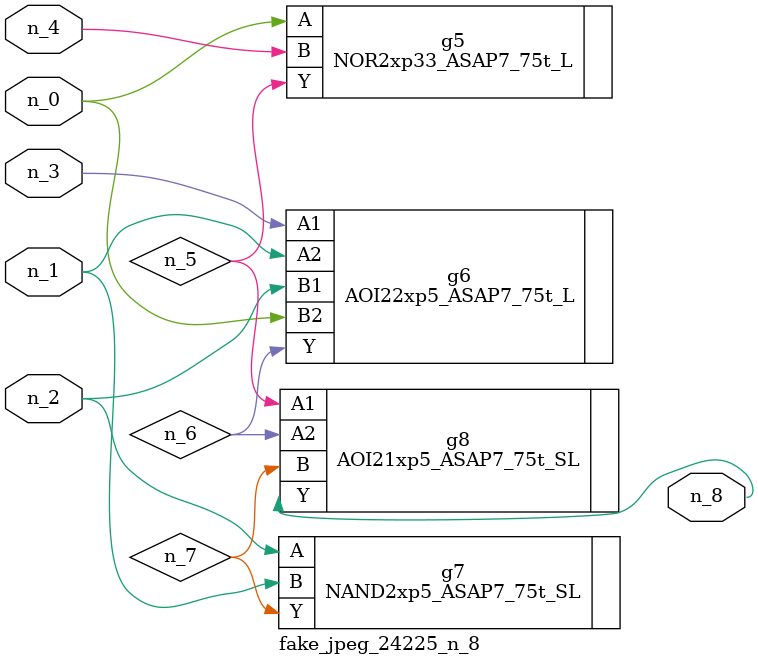
<source format=v>
module fake_jpeg_24225_n_8 (n_3, n_2, n_1, n_0, n_4, n_8);

input n_3;
input n_2;
input n_1;
input n_0;
input n_4;

output n_8;

wire n_6;
wire n_5;
wire n_7;

NOR2xp33_ASAP7_75t_L g5 ( 
.A(n_0),
.B(n_4),
.Y(n_5)
);

AOI22xp5_ASAP7_75t_L g6 ( 
.A1(n_3),
.A2(n_1),
.B1(n_2),
.B2(n_0),
.Y(n_6)
);

NAND2xp5_ASAP7_75t_SL g7 ( 
.A(n_2),
.B(n_1),
.Y(n_7)
);

AOI21xp5_ASAP7_75t_SL g8 ( 
.A1(n_5),
.A2(n_6),
.B(n_7),
.Y(n_8)
);


endmodule
</source>
